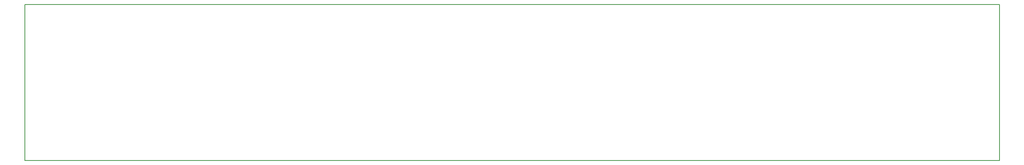
<source format=gko>
*%FSLAX23Y23*%
*%MOIN*%
G01*
%ADD11C,0.006*%
%ADD12C,0.007*%
%ADD13C,0.008*%
%ADD14C,0.008*%
%ADD15C,0.010*%
%ADD16C,0.010*%
%ADD17C,0.012*%
%ADD18C,0.012*%
%ADD19C,0.028*%
%ADD20C,0.030*%
%ADD21C,0.030*%
%ADD22C,0.032*%
%ADD23C,0.039*%
%ADD24C,0.039*%
%ADD25C,0.059*%
%ADD26C,0.059*%
%ADD27C,0.070*%
%ADD28C,0.074*%
%ADD29O,0.076X0.024*%
%ADD30O,0.080X0.028*%
%ADD31C,0.098*%
%ADD32C,0.102*%
%ADD33C,0.125*%
%ADD34C,0.145*%
%ADD35C,0.228*%
%ADD36C,0.232*%
%ADD37R,0.036X0.036*%
%ADD38R,0.040X0.040*%
%ADD39R,0.050X0.036*%
%ADD40R,0.054X0.040*%
%ADD41R,0.055X0.064*%
%ADD42R,0.059X0.068*%
%ADD43R,0.060X0.100*%
%ADD44R,0.064X0.055*%
%ADD45R,0.064X0.104*%
%ADD46R,0.068X0.059*%
%ADD47R,0.070X0.070*%
%ADD48R,0.074X0.074*%
%ADD49R,0.076X0.024*%
%ADD50R,0.080X0.028*%
%ADD51R,0.100X0.060*%
%ADD52R,0.104X0.064*%
D13*
X14311Y7309D02*
Y8694D01*
X5689D02*
Y7309D01*
X5783D02*
X14311D01*
Y8694D02*
X5689D01*
X5689Y7309D02*
X5790D01*
D02*
M02*

</source>
